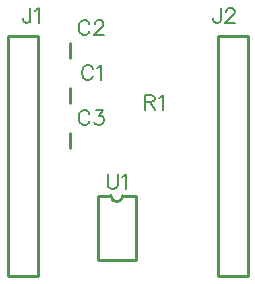
<source format=gto>
G04 DipTrace 3.1.0.1*
G04 fr2311diptrace.gto*
%MOIN*%
G04 #@! TF.FileFunction,Legend,Top*
G04 #@! TF.Part,Single*
%ADD10C,0.009843*%
%ADD32C,0.00772*%
%FSLAX26Y26*%
G04*
G70*
G90*
G75*
G01*
G04 TopSilk*
%LPD*%
X702640Y1168429D2*
D10*
Y1219571D1*
Y1318429D2*
Y1369571D1*
Y1018429D2*
Y1069571D1*
X594002Y1393963D2*
X494000D1*
Y594037D1*
X594002D1*
Y1393963D1*
X1193998Y594037D2*
X1294000D1*
Y1393963D1*
X1193998D1*
Y594037D1*
X795191Y860733D2*
Y648133D1*
X921163Y860733D2*
Y648133D1*
X795191D2*
X921163D1*
X795191Y860733D2*
X838488D1*
X877866D2*
X921163D1*
X838488D2*
G03X877866Y860733I19689J23D01*
G01*
X777736Y1284812D2*
D32*
X775359Y1289566D1*
X770551Y1294374D1*
X765797Y1296751D1*
X756236D1*
X751427Y1294374D1*
X746674Y1289566D1*
X744242Y1284812D1*
X741866Y1277627D1*
Y1265634D1*
X744242Y1258504D1*
X746674Y1253696D1*
X751427Y1248942D1*
X756236Y1246511D1*
X765797D1*
X770551Y1248942D1*
X775359Y1253696D1*
X777736Y1258504D1*
X793175Y1287134D2*
X797983Y1289566D1*
X805168Y1296695D1*
Y1246511D1*
X766986Y1434812D2*
X764609Y1439566D1*
X759801Y1444374D1*
X755048Y1446751D1*
X745486D1*
X740677Y1444374D1*
X735924Y1439566D1*
X733492Y1434812D1*
X731116Y1427627D1*
Y1415634D1*
X733492Y1408504D1*
X735924Y1403696D1*
X740677Y1398942D1*
X745486Y1396511D1*
X755048D1*
X759801Y1398942D1*
X764609Y1403696D1*
X766986Y1408504D1*
X784857Y1434757D2*
Y1437134D1*
X787233Y1441942D1*
X789610Y1444319D1*
X794418Y1446695D1*
X803980D1*
X808733Y1444319D1*
X811110Y1441942D1*
X813542Y1437134D1*
Y1432381D1*
X811110Y1427572D1*
X806357Y1420442D1*
X782425Y1396511D1*
X815918D1*
X766986Y1134812D2*
X764609Y1139566D1*
X759801Y1144374D1*
X755048Y1146751D1*
X745486D1*
X740677Y1144374D1*
X735924Y1139566D1*
X733492Y1134812D1*
X731116Y1127627D1*
Y1115634D1*
X733492Y1108504D1*
X735924Y1103696D1*
X740677Y1098942D1*
X745486Y1096511D1*
X755048D1*
X759801Y1098942D1*
X764609Y1103696D1*
X766986Y1108504D1*
X787233Y1146695D2*
X813486D1*
X799172Y1127572D1*
X806357D1*
X811110Y1125196D1*
X813486Y1122819D1*
X815918Y1115634D1*
Y1110881D1*
X813486Y1103696D1*
X808733Y1098887D1*
X801548Y1096511D1*
X794363D1*
X787233Y1098887D1*
X784857Y1101319D1*
X782425Y1106072D1*
X569710Y1486121D2*
Y1447874D1*
X567334Y1440689D1*
X564902Y1438313D1*
X560148Y1435881D1*
X555340D1*
X550587Y1438313D1*
X548210Y1440689D1*
X545778Y1447874D1*
Y1452627D1*
X585149Y1476504D2*
X589958Y1478936D1*
X597143Y1486065D1*
Y1435881D1*
X1204039Y1486121D2*
Y1447874D1*
X1201662Y1440689D1*
X1199230Y1438313D1*
X1194477Y1435881D1*
X1189669D1*
X1184916Y1438313D1*
X1182539Y1440689D1*
X1180107Y1447874D1*
Y1452627D1*
X1221910Y1474127D2*
Y1476504D1*
X1224287Y1481312D1*
X1226663Y1483689D1*
X1231472Y1486065D1*
X1241033D1*
X1245786Y1483689D1*
X1248163Y1481312D1*
X1250595Y1476504D1*
Y1471751D1*
X1248163Y1466942D1*
X1243410Y1459812D1*
X1219478Y1435881D1*
X1252972D1*
X950939Y1172819D2*
X972438D1*
X979623Y1175251D1*
X982055Y1177627D1*
X984432Y1182381D1*
Y1187189D1*
X982055Y1191942D1*
X979623Y1194374D1*
X972438Y1196751D1*
X950939D1*
Y1146511D1*
X967685Y1172819D2*
X984432Y1146511D1*
X999871Y1187134D2*
X1004680Y1189566D1*
X1011865Y1196695D1*
Y1146511D1*
X827714Y933956D2*
Y898086D1*
X830091Y890901D1*
X834899Y886148D1*
X842084Y883716D1*
X846837D1*
X854022Y886148D1*
X858831Y890901D1*
X861207Y898086D1*
Y933956D1*
X876647Y924339D2*
X881455Y926771D1*
X888640Y933901D1*
Y883716D1*
M02*

</source>
